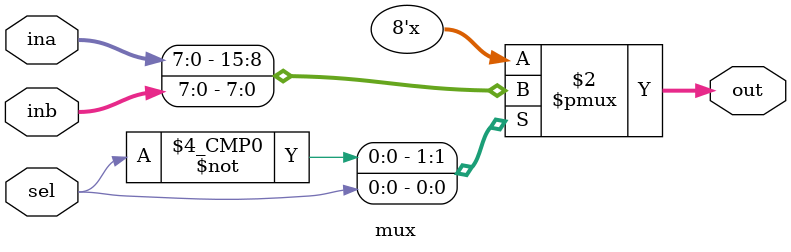
<source format=v>
module mux #(
    parameter DATA_LENGTH = 8
) (
    input sel,
    input [DATA_LENGTH-1:0] ina,
    input [DATA_LENGTH-1:0] inb,
    output reg [DATA_LENGTH-1:0] out 
);

always @(*) begin
    case (sel)
        1'b0: out = ina;   
        1'b1: out = inb;   
        default: out = ina;
    endcase
end

endmodule
</source>
